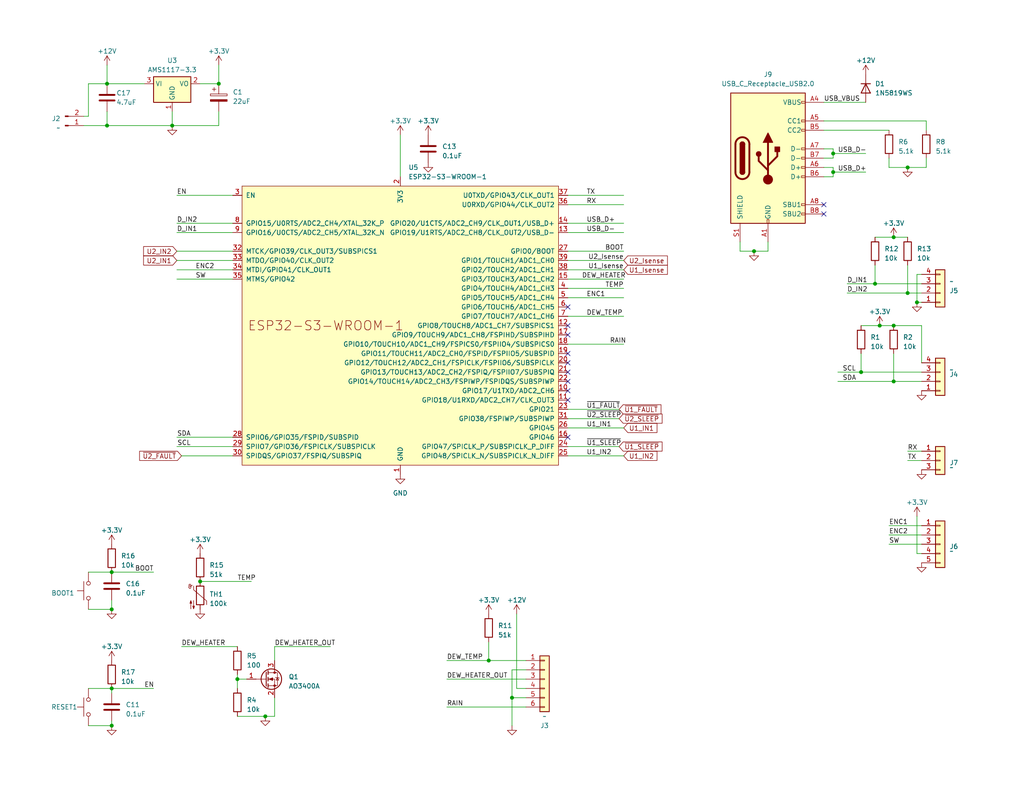
<source format=kicad_sch>
(kicad_sch (version 20230121) (generator eeschema)
  (paper "USLetter")
  (title_block (title "Fantastic Fan ESPHome Control Board") (date "2023-07-25") (rev "2") (company "Chris Schimp (Silverchris)") (comment 1 "Designed to integrate Fantastic Fans into Home Assistant Via ESPHome"))
  (lib_symbols
    (symbol "Connector:Conn_01x02_Pin" (pin_names (offset 1.016) hide)
      (property "Reference" "J" (at 0 2.54 0))
      (property "Value" "Conn_01x02_Pin" (at 0 -5.08 0))
      (symbol "Conn_01x02_Pin_1_1"
        (polyline (pts (xy 1.27 -2.54) (xy 0.8636 -2.54)) (stroke (width 0.1524)))
        (polyline (pts (xy 1.27 0) (xy 0.8636 0)) (stroke (width 0.1524)))
        (rectangle (start 0.8636 -2.413) (end 0 -2.667) (stroke (width 0.1524)) (fill (type outline)))
        (rectangle (start 0.8636 0.127) (end 0 -0.127) (stroke (width 0.1524)) (fill (type outline)))
        (pin passive line (at 5.08 0 180) (length 3.81) (name "Pin_1") (number "1"))
        (pin passive line (at 5.08 -2.54 180) (length 3.81) (name "Pin_2") (number "2"))
      )
    )
    (symbol "Connector:USB_C_Receptacle_USB2.0" (pin_names (offset 1.016))
      (property "Reference" "J" (at -10.16 19.05 0))
      (property "Value" "USB_C_Receptacle_USB2.0" (at 19.05 19.05 0))
      (symbol "USB_C_Receptacle_USB2.0_0_0"
        (rectangle (start -0.254 -17.78) (end 0.254 -16.764))
        (rectangle (start 10.16 -14.986) (end 9.144 -15.494))
        (rectangle (start 10.16 -12.446) (end 9.144 -12.954))
        (rectangle (start 10.16 -4.826) (end 9.144 -5.334))
        (rectangle (start 10.16 -2.286) (end 9.144 -2.794))
        (rectangle (start 10.16 0.254) (end 9.144 -0.254))
        (rectangle (start 10.16 2.794) (end 9.144 2.286))
        (rectangle (start 10.16 7.874) (end 9.144 7.366))
        (rectangle (start 10.16 10.414) (end 9.144 9.906))
        (rectangle (start 10.16 15.494) (end 9.144 14.986))
      )
      (symbol "USB_C_Receptacle_USB2.0_0_1"
        (rectangle (start -10.16 17.78) (end 10.16 -17.78) (stroke (width 0.254)) (fill (type background)))
        (arc (start -8.89 -3.81) (mid -6.985 -5.7067) (end -5.08 -3.81) (stroke (width 0.508)))
        (arc (start -7.62 -3.81) (mid -6.985 -4.4423) (end -6.35 -3.81) (stroke (width 0.254)))
        (arc (start -7.62 -3.81) (mid -6.985 -4.4423) (end -6.35 -3.81) (stroke (width 0.254)) (fill (type outline)))
        (rectangle (start -7.62 -3.81) (end -6.35 3.81) (stroke (width 0.254)) (fill (type outline)))
        (arc (start -6.35 3.81) (mid -6.985 4.4423) (end -7.62 3.81) (stroke (width 0.254)))
        (arc (start -6.35 3.81) (mid -6.985 4.4423) (end -7.62 3.81) (stroke (width 0.254)) (fill (type outline)))
        (arc (start -5.08 3.81) (mid -6.985 5.7067) (end -8.89 3.81) (stroke (width 0.508)))
        (circle (center -2.54 1.143) (radius 0.635) (stroke (width 0.254)) (fill (type outline)))
        (circle (center 0 -5.842) (radius 1.27) (fill (type outline)))
        (polyline (pts (xy -8.89 -3.81) (xy -8.89 3.81)) (stroke (width 0.508)))
        (polyline (pts (xy -5.08 3.81) (xy -5.08 -3.81)) (stroke (width 0.508)))
        (polyline (pts (xy 0 -5.842) (xy 0 4.318)) (stroke (width 0.508)))
        (polyline (pts (xy 0 -3.302) (xy -2.54 -0.762) (xy -2.54 0.508)) (stroke (width 0.508)))
        (polyline (pts (xy 0 -2.032) (xy 2.54 0.508) (xy 2.54 1.778)) (stroke (width 0.508)))
        (polyline (pts (xy -1.27 4.318) (xy 0 6.858) (xy 1.27 4.318) (xy -1.27 4.318)) (stroke (width 0.254)) (fill (type outline)))
        (rectangle (start 1.905 1.778) (end 3.175 3.048) (stroke (width 0.254)) (fill (type outline)))
      )
      (symbol "USB_C_Receptacle_USB2.0_1_1"
        (pin passive line (at 0 -22.86 90) (length 5.08) (name "GND") (number "A1"))
        (pin passive line (at 0 -22.86 90) (length 5.08) hide (name "GND") (number "A12"))
        (pin passive line (at 15.24 15.24 180) (length 5.08) (name "VBUS") (number "A4"))
        (pin bidirectional line (at 15.24 10.16 180) (length 5.08) (name "CC1") (number "A5"))
        (pin bidirectional line (at 15.24 -2.54 180) (length 5.08) (name "D+") (number "A6"))
        (pin bidirectional line (at 15.24 2.54 180) (length 5.08) (name "D-") (number "A7"))
        (pin bidirectional line (at 15.24 -12.7 180) (length 5.08) (name "SBU1") (number "A8"))
        (pin passive line (at 15.24 15.24 180) (length 5.08) hide (name "VBUS") (number "A9"))
        (pin passive line (at 0 -22.86 90) (length 5.08) hide (name "GND") (number "B1"))
        (pin passive line (at 0 -22.86 90) (length 5.08) hide (name "GND") (number "B12"))
        (pin passive line (at 15.24 15.24 180) (length 5.08) hide (name "VBUS") (number "B4"))
        (pin bidirectional line (at 15.24 7.62 180) (length 5.08) (name "CC2") (number "B5"))
        (pin bidirectional line (at 15.24 -5.08 180) (length 5.08) (name "D+") (number "B6"))
        (pin bidirectional line (at 15.24 0 180) (length 5.08) (name "D-") (number "B7"))
        (pin bidirectional line (at 15.24 -15.24 180) (length 5.08) (name "SBU2") (number "B8"))
        (pin passive line (at 15.24 15.24 180) (length 5.08) hide (name "VBUS") (number "B9"))
        (pin passive line (at -7.62 -22.86 90) (length 5.08) (name "SHIELD") (number "S1"))
      )
    )
    (symbol "Connector_Generic:Conn_01x03" (pin_names (offset 1.016) hide)
      (property "Reference" "J" (at 0 5.08 0))
      (property "Value" "Conn_01x03" (at 0 -5.08 0))
      (symbol "Conn_01x03_1_1"
        (rectangle (start -1.27 -2.413) (end 0 -2.667) (stroke (width 0.1524)))
        (rectangle (start -1.27 0.127) (end 0 -0.127) (stroke (width 0.1524)))
        (rectangle (start -1.27 2.667) (end 0 2.413) (stroke (width 0.1524)))
        (rectangle (start -1.27 3.81) (end 1.27 -3.81) (stroke (width 0.254)) (fill (type background)))
        (pin passive line (at -5.08 2.54 0) (length 3.81) (name "Pin_1") (number "1"))
        (pin passive line (at -5.08 0 0) (length 3.81) (name "Pin_2") (number "2"))
        (pin passive line (at -5.08 -2.54 0) (length 3.81) (name "Pin_3") (number "3"))
      )
    )
    (symbol "Connector_Generic:Conn_01x04" (pin_names (offset 1.016) hide)
      (property "Reference" "J" (at 0 5.08 0))
      (property "Value" "Conn_01x04" (at 0 -7.62 0))
      (symbol "Conn_01x04_1_1"
        (rectangle (start -1.27 -4.953) (end 0 -5.207) (stroke (width 0.1524)))
        (rectangle (start -1.27 -2.413) (end 0 -2.667) (stroke (width 0.1524)))
        (rectangle (start -1.27 0.127) (end 0 -0.127) (stroke (width 0.1524)))
        (rectangle (start -1.27 2.667) (end 0 2.413) (stroke (width 0.1524)))
        (rectangle (start -1.27 3.81) (end 1.27 -6.35) (stroke (width 0.254)) (fill (type background)))
        (pin passive line (at -5.08 2.54 0) (length 3.81) (name "Pin_1") (number "1"))
        (pin passive line (at -5.08 0 0) (length 3.81) (name "Pin_2") (number "2"))
        (pin passive line (at -5.08 -2.54 0) (length 3.81) (name "Pin_3") (number "3"))
        (pin passive line (at -5.08 -5.08 0) (length 3.81) (name "Pin_4") (number "4"))
      )
    )
    (symbol "Connector_Generic:Conn_01x05" (pin_names (offset 1.016) hide)
      (property "Reference" "J" (at 0 7.62 0))
      (property "Value" "Conn_01x05" (at 0 -7.62 0))
      (symbol "Conn_01x05_1_1"
        (rectangle (start -1.27 -4.953) (end 0 -5.207) (stroke (width 0.1524)))
        (rectangle (start -1.27 -2.413) (end 0 -2.667) (stroke (width 0.1524)))
        (rectangle (start -1.27 0.127) (end 0 -0.127) (stroke (width 0.1524)))
        (rectangle (start -1.27 2.667) (end 0 2.413) (stroke (width 0.1524)))
        (rectangle (start -1.27 5.207) (end 0 4.953) (stroke (width 0.1524)))
        (rectangle (start -1.27 6.35) (end 1.27 -6.35) (stroke (width 0.254)) (fill (type background)))
        (pin passive line (at -5.08 5.08 0) (length 3.81) (name "Pin_1") (number "1"))
        (pin passive line (at -5.08 2.54 0) (length 3.81) (name "Pin_2") (number "2"))
        (pin passive line (at -5.08 0 0) (length 3.81) (name "Pin_3") (number "3"))
        (pin passive line (at -5.08 -2.54 0) (length 3.81) (name "Pin_4") (number "4"))
        (pin passive line (at -5.08 -5.08 0) (length 3.81) (name "Pin_5") (number "5"))
      )
    )
    (symbol "Connector_Generic:Conn_01x06" (pin_names (offset 1.016) hide)
      (property "Reference" "J" (at 0 7.62 0))
      (property "Value" "Conn_01x06" (at 0 -10.16 0))
      (symbol "Conn_01x06_1_1"
        (rectangle (start -1.27 -7.493) (end 0 -7.747) (stroke (width 0.1524)))
        (rectangle (start -1.27 -4.953) (end 0 -5.207) (stroke (width 0.1524)))
        (rectangle (start -1.27 -2.413) (end 0 -2.667) (stroke (width 0.1524)))
        (rectangle (start -1.27 0.127) (end 0 -0.127) (stroke (width 0.1524)))
        (rectangle (start -1.27 2.667) (end 0 2.413) (stroke (width 0.1524)))
        (rectangle (start -1.27 5.207) (end 0 4.953) (stroke (width 0.1524)))
        (rectangle (start -1.27 6.35) (end 1.27 -8.89) (stroke (width 0.254)) (fill (type background)))
        (pin passive line (at -5.08 5.08 0) (length 3.81) (name "Pin_1") (number "1"))
        (pin passive line (at -5.08 2.54 0) (length 3.81) (name "Pin_2") (number "2"))
        (pin passive line (at -5.08 0 0) (length 3.81) (name "Pin_3") (number "3"))
        (pin passive line (at -5.08 -2.54 0) (length 3.81) (name "Pin_4") (number "4"))
        (pin passive line (at -5.08 -5.08 0) (length 3.81) (name "Pin_5") (number "5"))
        (pin passive line (at -5.08 -7.62 0) (length 3.81) (name "Pin_6") (number "6"))
      )
    )
    (symbol "Device:C" (pin_numbers hide) (pin_names (offset 0.254))
      (property "Reference" "C" (at 0.635 2.54 0))
      (property "Value" "C" (at 0.635 -2.54 0))
      (symbol "C_0_1"
        (polyline (pts (xy -2.032 -0.762) (xy 2.032 -0.762)) (stroke (width 0.508)))
        (polyline (pts (xy -2.032 0.762) (xy 2.032 0.762)) (stroke (width 0.508)))
      )
      (symbol "C_1_1"
        (pin passive line (at 0 3.81 270) (length 2.794) (name "~") (number "1"))
        (pin passive line (at 0 -3.81 90) (length 2.794) (name "~") (number "2"))
      )
    )
    (symbol "Device:C_Polarized" (pin_numbers hide) (pin_names (offset 0.254))
      (property "Reference" "C" (at 0.635 2.54 0))
      (property "Value" "C_Polarized" (at 0.635 -2.54 0))
      (symbol "C_Polarized_0_1"
        (rectangle (start -2.286 0.508) (end 2.286 1.016))
        (polyline (pts (xy -1.778 2.286) (xy -0.762 2.286)))
        (polyline (pts (xy -1.27 2.794) (xy -1.27 1.778)))
        (rectangle (start 2.286 -0.508) (end -2.286 -1.016) (fill (type outline)))
      )
      (symbol "C_Polarized_1_1"
        (pin passive line (at 0 3.81 270) (length 2.794) (name "~") (number "1"))
        (pin passive line (at 0 -3.81 90) (length 2.794) (name "~") (number "2"))
      )
    )
    (symbol "Device:D" (pin_numbers hide) (pin_names (offset 1.016) hide)
      (property "Reference" "D" (at 0 2.54 0))
      (property "Value" "D" (at 0 -2.54 0))
      (symbol "D_0_1"
        (polyline (pts (xy -1.27 1.27) (xy -1.27 -1.27)) (stroke (width 0.254)))
        (polyline (pts (xy 1.27 0) (xy -1.27 0)))
        (polyline (pts (xy 1.27 1.27) (xy 1.27 -1.27) (xy -1.27 0) (xy 1.27 1.27)) (stroke (width 0.254)))
      )
      (symbol "D_1_1"
        (pin passive line (at -3.81 0 0) (length 2.54) (name "K") (number "1"))
        (pin passive line (at 3.81 0 180) (length 2.54) (name "A") (number "2"))
      )
    )
    (symbol "Device:R" (pin_numbers hide) (pin_names (offset 0))
      (property "Reference" "R" (at 2.032 0 90))
      (property "Value" "R" (at 0 0 90))
      (symbol "R_0_1"
        (rectangle (start -1.016 -2.54) (end 1.016 2.54) (stroke (width 0.254)))
      )
      (symbol "R_1_1"
        (pin passive line (at 0 3.81 270) (length 1.27) (name "~") (number "1"))
        (pin passive line (at 0 -3.81 90) (length 1.27) (name "~") (number "2"))
      )
    )
    (symbol "Device:Thermistor_NTC" (pin_numbers hide) (pin_names (offset 0))
      (property "Reference" "TH" (at -4.445 0 90))
      (property "Value" "Thermistor_NTC" (at 3.175 0 90))
      (symbol "Thermistor_NTC_0_1"
        (arc (start -3.048 2.159) (mid -3.0495 2.3143) (end -3.175 2.413))
        (arc (start -3.048 2.159) (mid -2.9736 1.9794) (end -2.794 1.905))
        (arc (start -3.048 2.794) (mid -2.9736 2.6144) (end -2.794 2.54))
        (arc (start -2.794 1.905) (mid -2.6144 1.9794) (end -2.54 2.159))
        (arc (start -2.794 2.54) (mid -2.4393 2.5587) (end -2.159 2.794))
        (arc (start -2.794 3.048) (mid -2.9736 2.9736) (end -3.048 2.794))
        (arc (start -2.54 2.794) (mid -2.6144 2.9736) (end -2.794 3.048))
        (rectangle (start -1.016 2.54) (end 1.016 -2.54) (stroke (width 0.254)))
        (polyline (pts (xy -2.54 2.159) (xy -2.54 2.794)))
        (polyline (pts (xy -1.778 2.54) (xy -1.778 1.524) (xy 1.778 -1.524) (xy 1.778 -2.54)))
        (polyline (pts (xy -2.54 -3.683) (xy -2.54 -1.397) (xy -2.794 -2.159) (xy -2.286 -2.159) (xy -2.54 -1.397) (xy -2.54 -1.651)) (fill (type outline)))
        (polyline (pts (xy -1.778 -1.397) (xy -1.778 -3.683) (xy -2.032 -2.921) (xy -1.524 -2.921) (xy -1.778 -3.683) (xy -1.778 -3.429)) (fill (type outline)))
      )
      (symbol "Thermistor_NTC_1_1"
        (pin passive line (at 0 3.81 270) (length 1.27) (name "~") (number "1"))
        (pin passive line (at 0 -3.81 90) (length 1.27) (name "~") (number "2"))
      )
    )
    (symbol "PCM_Espressif:ESP32-S3-WROOM-1" (pin_names (offset 1.016))
      (property "Reference" "U" (at -43.18 43.18 0))
      (property "Value" "ESP32-S3-WROOM-1" (at -43.18 40.64 0))
      (symbol "ESP32-S3-WROOM-1_0_0"
        (text "ESP32-S3-WROOM-1" (at -20.32 0 0) (effects (font (size 2.54 2.54))))
        (pin power_in line (at 0 -40.64 90) (length 2.54) (name "GND") (number "1"))
        (pin bidirectional line (at 45.72 -17.78 180) (length 2.54) (name "GPIO17/U1TXD/ADC2_CH6") (number "10"))
        (pin bidirectional line (at 45.72 -20.32 180) (length 2.54) (name "GPIO18/U1RXD/ADC2_CH7/CLK_OUT3") (number "11"))
        (pin bidirectional line (at 45.72 0 180) (length 2.54) (name "GPIO8/TOUCH8/ADC1_CH7/SUBSPICS1") (number "12"))
        (pin bidirectional line (at 45.72 25.4 180) (length 2.54) (name "GPIO19/U1RTS/ADC2_CH8/CLK_OUT2/USB_D-") (number "13"))
        (pin bidirectional line (at 45.72 27.94 180) (length 2.54) (name "GPIO20/U1CTS/ADC2_CH9/CLK_OUT1/USB_D+") (number "14"))
        (pin bidirectional line (at 45.72 12.7 180) (length 2.54) (name "GPIO3/TOUCH3/ADC1_CH2") (number "15"))
        (pin bidirectional line (at 45.72 -30.48 180) (length 2.54) (name "GPIO46") (number "16"))
        (pin bidirectional line (at 45.72 -2.54 180) (length 2.54) (name "GPIO9/TOUCH9/ADC1_CH8/FSPIHD/SUBSPIHD") (number "17"))
        (pin bidirectional line (at 45.72 -5.08 180) (length 2.54) (name "GPIO10/TOUCH10/ADC1_CH9/FSPICS0/FSPIIO4/SUBSPICS0") (number "18"))
        (pin bidirectional line (at 45.72 -7.62 180) (length 2.54) (name "GPIO11/TOUCH11/ADC2_CH0/FSPID/FSPIIO5/SUBSPID") (number "19"))
        (pin power_in line (at 0 40.64 270) (length 2.54) (name "3V3") (number "2"))
        (pin bidirectional line (at 45.72 -10.16 180) (length 2.54) (name "GPIO12/TOUCH12/ADC2_CH1/FSPICLK/FSPIIO6/SUBSPICLK") (number "20"))
        (pin bidirectional line (at 45.72 -12.7 180) (length 2.54) (name "GPIO13/TOUCH13/ADC2_CH2/FSPIQ/FSPIIO7/SUBSPIQ") (number "21"))
        (pin bidirectional line (at 45.72 -15.24 180) (length 2.54) (name "GPIO14/TOUCH14/ADC2_CH3/FSPIWP/FSPIDQS/SUBSPIWP") (number "22"))
        (pin bidirectional line (at 45.72 -22.86 180) (length 2.54) (name "GPIO21") (number "23"))
        (pin bidirectional line (at 45.72 -33.02 180) (length 2.54) (name "GPIO47/SPICLK_P/SUBSPICLK_P_DIFF") (number "24"))
        (pin bidirectional line (at 45.72 -35.56 180) (length 2.54) (name "GPIO48/SPICLK_N/SUBSPICLK_N_DIFF") (number "25"))
        (pin bidirectional line (at 45.72 -27.94 180) (length 2.54) (name "GPIO45") (number "26"))
        (pin bidirectional line (at 45.72 20.32 180) (length 2.54) (name "GPIO0/BOOT") (number "27"))
        (pin bidirectional line (at -45.72 -30.48 0) (length 2.54) (name "SPIIO6/GPIO35/FSPID/SUBSPID") (number "28"))
        (pin bidirectional line (at -45.72 -33.02 0) (length 2.54) (name "SPIIO7/GPIO36/FSPICLK/SUBSPICLK") (number "29"))
        (pin input line (at -45.72 35.56 0) (length 2.54) (name "EN") (number "3"))
        (pin bidirectional line (at -45.72 -35.56 0) (length 2.54) (name "SPIDQS/GPIO37/FSPIQ/SUBSPIQ") (number "30"))
        (pin bidirectional line (at 45.72 -25.4 180) (length 2.54) (name "GPIO38/FSPIWP/SUBSPIWP") (number "31"))
        (pin bidirectional line (at -45.72 20.32 0) (length 2.54) (name "MTCK/GPIO39/CLK_OUT3/SUBSPICS1") (number "32"))
        (pin bidirectional line (at -45.72 17.78 0) (length 2.54) (name "MTDO/GPIO40/CLK_OUT2") (number "33"))
        (pin bidirectional line (at -45.72 15.24 0) (length 2.54) (name "MTDI/GPIO41/CLK_OUT1") (number "34"))
        (pin bidirectional line (at -45.72 12.7 0) (length 2.54) (name "MTMS/GPIO42") (number "35"))
        (pin bidirectional line (at 45.72 33.02 180) (length 2.54) (name "U0RXD/GPIO44/CLK_OUT2") (number "36"))
        (pin bidirectional line (at 45.72 35.56 180) (length 2.54) (name "U0TXD/GPIO43/CLK_OUT1") (number "37"))
        (pin bidirectional line (at 45.72 15.24 180) (length 2.54) (name "GPIO2/TOUCH2/ADC1_CH1") (number "38"))
        (pin bidirectional line (at 45.72 17.78 180) (length 2.54) (name "GPIO1/TOUCH1/ADC1_CH0") (number "39"))
        (pin bidirectional line (at 45.72 10.16 180) (length 2.54) (name "GPIO4/TOUCH4/ADC1_CH3") (number "4"))
        (pin passive line (at 0 -40.64 90) (length 2.54) hide (name "GND") (number "40"))
        (pin passive line (at 0 -40.64 90) (length 2.54) hide (name "GND") (number "41"))
        (pin bidirectional line (at 45.72 7.62 180) (length 2.54) (name "GPIO5/TOUCH5/ADC1_CH4") (number "5"))
        (pin bidirectional line (at 45.72 5.08 180) (length 2.54) (name "GPIO6/TOUCH6/ADC1_CH5") (number "6"))
        (pin bidirectional line (at 45.72 2.54 180) (length 2.54) (name "GPIO7/TOUCH7/ADC1_CH6") (number "7"))
        (pin bidirectional line (at -45.72 27.94 0) (length 2.54) (name "GPIO15/U0RTS/ADC2_CH4/XTAL_32K_P") (number "8"))
        (pin bidirectional line (at -45.72 25.4 0) (length 2.54) (name "GPIO16/U0CTS/ADC2_CH5/XTAL_32K_N") (number "9"))
      )
      (symbol "ESP32-S3-WROOM-1_0_1"
        (rectangle (start -43.18 38.1) (end 43.18 -38.1) (fill (type background)))
      )
    )
    (symbol "Regulator_Linear:AMS1117-3.3"
      (property "Reference" "U" (at -3.81 3.175 0))
      (property "Value" "AMS1117-3.3" (at 0 3.175 0))
      (symbol "AMS1117-3.3_0_1"
        (rectangle (start -5.08 -5.08) (end 5.08 1.905) (stroke (width 0.254)) (fill (type background)))
      )
      (symbol "AMS1117-3.3_1_1"
        (pin power_in line (at 0 -7.62 90) (length 2.54) (name "GND") (number "1"))
        (pin power_out line (at 7.62 0 180) (length 2.54) (name "VO") (number "2"))
        (pin power_in line (at -7.62 0 0) (length 2.54) (name "VI") (number "3"))
      )
    )
    (symbol "Switch:SW_Push" (pin_numbers hide) (pin_names (offset 1.016) hide)
      (property "Reference" "SW" (at 1.27 2.54 0))
      (property "Value" "SW_Push" (at 0 -1.524 0))
      (symbol "SW_Push_0_1"
        (circle (center -2.032 0) (radius 0.508))
        (polyline (pts (xy 0 1.27) (xy 0 3.048)))
        (polyline (pts (xy 2.54 1.27) (xy -2.54 1.27)))
        (circle (center 2.032 0) (radius 0.508))
        (pin passive line (at -5.08 0 0) (length 2.54) (name "1") (number "1"))
        (pin passive line (at 5.08 0 180) (length 2.54) (name "2") (number "2"))
      )
    )
    (symbol "Transistor_FET:AO3400A" (pin_names hide)
      (property "Reference" "Q" (at 5.08 1.905 0))
      (property "Value" "AO3400A" (at 5.08 0 0))
      (symbol "AO3400A_0_1"
        (polyline (pts (xy 0.254 0) (xy -2.54 0)))
        (polyline (pts (xy 0.254 1.905) (xy 0.254 -1.905)) (stroke (width 0.254)))
        (polyline (pts (xy 0.762 -1.27) (xy 0.762 -2.286)) (stroke (width 0.254)))
        (polyline (pts (xy 0.762 0.508) (xy 0.762 -0.508)) (stroke (width 0.254)))
        (polyline (pts (xy 0.762 2.286) (xy 0.762 1.27)) (stroke (width 0.254)))
        (polyline (pts (xy 2.54 2.54) (xy 2.54 1.778)))
        (polyline (pts (xy 2.54 -2.54) (xy 2.54 0) (xy 0.762 0)))
        (polyline (pts (xy 0.762 -1.778) (xy 3.302 -1.778) (xy 3.302 1.778) (xy 0.762 1.778)))
        (polyline (pts (xy 1.016 0) (xy 2.032 0.381) (xy 2.032 -0.381) (xy 1.016 0)) (fill (type outline)))
        (polyline (pts (xy 2.794 0.508) (xy 2.921 0.381) (xy 3.683 0.381) (xy 3.81 0.254)))
        (polyline (pts (xy 3.302 0.381) (xy 2.921 -0.254) (xy 3.683 -0.254) (xy 3.302 0.381)))
        (circle (center 1.651 0) (radius 2.794) (stroke (width 0.254)))
        (circle (center 2.54 -1.778) (radius 0.254) (fill (type outline)))
        (circle (center 2.54 1.778) (radius 0.254) (fill (type outline)))
      )
      (symbol "AO3400A_1_1"
        (pin input line (at -5.08 0 0) (length 2.54) (name "G") (number "1"))
        (pin passive line (at 2.54 -5.08 90) (length 2.54) (name "S") (number "2"))
        (pin passive line (at 2.54 5.08 270) (length 2.54) (name "D") (number "3"))
      )
    )
    (symbol "power:+12V" (power) (pin_names (offset 0))
      (property "Value" "+12V" (at 0 3.556 0))
      (symbol "+12V_0_1"
        (polyline (pts (xy -0.762 1.27) (xy 0 2.54)))
        (polyline (pts (xy 0 0) (xy 0 2.54)))
        (polyline (pts (xy 0 2.54) (xy 0.762 1.27)))
      )
      (symbol "+12V_1_1"
        (pin power_in line (at 0 0 90) (length 0) hide (name "+12V") (number "1"))
      )
    )
    (symbol "power:+3.3V" (power) (pin_names (offset 0))
      (property "Value" "+3.3V" (at 0 3.556 0))
      (symbol "+3.3V_0_1"
        (polyline (pts (xy -0.762 1.27) (xy 0 2.54)))
        (polyline (pts (xy 0 0) (xy 0 2.54)))
        (polyline (pts (xy 0 2.54) (xy 0.762 1.27)))
      )
      (symbol "+3.3V_1_1"
        (pin power_in line (at 0 0 90) (length 0) hide (name "+3.3V") (number "1"))
      )
    )
    (symbol "power:GND" (power) (pin_names (offset 0))
      (property "Value" "GND" (at 0 -3.81 0))
      (symbol "GND_0_1"
        (polyline (pts (xy 0 0) (xy 0 -1.27) (xy 1.27 -1.27) (xy 0 -2.54) (xy -1.27 -1.27) (xy 0 -1.27)))
      )
      (symbol "GND_1_1"
        (pin power_in line (at 0 0 270) (length 0) hide (name "GND") (number "1"))
      )
    )
  )
  (junction (at 139.7 190.5))
  (junction (at 46.99 34.29))
  (junction (at 247.65 45.72))
  (junction (at 240.03 88.9))
  (junction (at 64.77 185.42))
  (junction (at 243.84 88.9))
  (junction (at 238.76 77.47))
  (junction (at 250.19 82.55))
  (junction (at 227.33 41.91))
  (junction (at 205.74 68.58))
  (junction (at 30.48 187.96))
  (junction (at 30.48 198.12))
  (junction (at 29.21 34.29))
  (junction (at 243.84 104.14))
  (junction (at 29.21 22.86))
  (junction (at 247.65 80.01))
  (junction (at 30.48 156.21))
  (junction (at 59.69 22.86))
  (junction (at 72.39 195.58))
  (junction (at 54.61 158.75))
  (junction (at 243.84 64.77))
  (junction (at 234.95 101.6))
  (junction (at 30.48 166.37))
  (junction (at 133.35 180.34))
  (junction (at 227.33 46.99))
  (no_connect (at 154.94 109.22))
  (no_connect (at 154.94 104.14))
  (no_connect (at 154.94 106.68))
  (no_connect (at 224.79 55.88))
  (no_connect (at 154.94 96.52))
  (no_connect (at 154.94 119.38))
  (no_connect (at 154.94 99.06))
  (no_connect (at 154.94 88.9))
  (no_connect (at 154.94 91.44))
  (no_connect (at 154.94 83.82))
  (no_connect (at 154.94 101.6))
  (no_connect (at 224.79 58.42))
  (wire (pts (xy 224.79 27.94) (xy 236.22 27.94)))
  (wire (pts (xy 29.21 17.78) (xy 29.21 22.86)))
  (wire (pts (xy 243.84 88.9) (xy 251.46 88.9)))
  (wire (pts (xy 154.94 63.5) (xy 170.18 63.5)))
  (wire (pts (xy 252.73 43.18) (xy 252.73 45.72)))
  (wire (pts (xy 48.26 121.92) (xy 63.5 121.92)))
  (wire (pts (xy 24.13 187.96) (xy 30.48 187.96)))
  (wire (pts (xy 228.6 101.6) (xy 234.95 101.6)))
  (wire (pts (xy 224.79 45.72) (xy 227.33 45.72)))
  (wire (pts (xy 49.53 176.53) (xy 64.77 176.53)))
  (wire (pts (xy 48.26 119.38) (xy 63.5 119.38)))
  (wire (pts (xy 54.61 158.75) (xy 68.58 158.75)))
  (wire (pts (xy 209.55 66.04) (xy 209.55 68.58)))
  (wire (pts (xy 133.35 180.34) (xy 143.51 180.34)))
  (wire (pts (xy 224.79 35.56) (xy 242.57 35.56)))
  (wire (pts (xy 140.97 167.64) (xy 140.97 187.96)))
  (wire (pts (xy 48.26 76.2) (xy 63.5 76.2)))
  (wire (pts (xy 29.21 34.29) (xy 46.99 34.29)))
  (wire (pts (xy 170.18 78.74) (xy 154.94 78.74)))
  (wire (pts (xy 247.65 72.39) (xy 247.65 80.01)))
  (wire (pts (xy 234.95 96.52) (xy 234.95 101.6)))
  (wire (pts (xy 139.7 190.5) (xy 139.7 198.12)))
  (wire (pts (xy 30.48 156.21) (xy 24.13 156.21)))
  (wire (pts (xy 72.39 195.58) (xy 64.77 195.58)))
  (wire (pts (xy 242.57 43.18) (xy 242.57 45.72)))
  (wire (pts (xy 30.48 196.85) (xy 30.48 198.12)))
  (wire (pts (xy 30.48 189.23) (xy 30.48 187.96)))
  (wire (pts (xy 30.48 163.83) (xy 30.48 166.37)))
  (wire (pts (xy 227.33 40.64) (xy 227.33 41.91)))
  (wire (pts (xy 154.94 60.96) (xy 170.18 60.96)))
  (wire (pts (xy 74.93 180.34) (xy 74.93 176.53)))
  (wire (pts (xy 234.95 101.6) (xy 251.46 101.6)))
  (wire (pts (xy 243.84 96.52) (xy 243.84 104.14)))
  (wire (pts (xy 238.76 64.77) (xy 243.84 64.77)))
  (wire (pts (xy 29.21 30.48) (xy 29.21 34.29)))
  (wire (pts (xy 227.33 46.99) (xy 236.22 46.99)))
  (wire (pts (xy 121.92 193.04) (xy 143.51 193.04)))
  (wire (pts (xy 247.65 80.01) (xy 251.46 80.01)))
  (wire (pts (xy 48.26 53.34) (xy 63.5 53.34)))
  (wire (pts (xy 30.48 156.21) (xy 41.91 156.21)))
  (wire (pts (xy 170.18 71.12) (xy 154.94 71.12)))
  (wire (pts (xy 48.26 63.5) (xy 63.5 63.5)))
  (wire (pts (xy 234.95 88.9) (xy 240.03 88.9)))
  (wire (pts (xy 224.79 43.18) (xy 227.33 43.18)))
  (wire (pts (xy 29.21 22.86) (xy 39.37 22.86)))
  (wire (pts (xy 46.99 30.48) (xy 46.99 34.29)))
  (wire (pts (xy 109.22 36.83) (xy 109.22 48.26)))
  (wire (pts (xy 74.93 195.58) (xy 74.93 190.5)))
  (wire (pts (xy 139.7 182.88) (xy 139.7 190.5)))
  (wire (pts (xy 170.18 93.98) (xy 154.94 93.98)))
  (wire (pts (xy 48.26 71.12) (xy 63.5 71.12)))
  (wire (pts (xy 121.92 180.34) (xy 133.35 180.34)))
  (wire (pts (xy 231.14 80.01) (xy 247.65 80.01)))
  (wire (pts (xy 154.94 111.76) (xy 168.91 111.76)))
  (wire (pts (xy 48.26 68.58) (xy 63.5 68.58)))
  (wire (pts (xy 143.51 182.88) (xy 139.7 182.88)))
  (wire (pts (xy 154.94 53.34) (xy 170.18 53.34)))
  (wire (pts (xy 250.19 82.55) (xy 251.46 82.55)))
  (wire (pts (xy 250.19 151.13) (xy 251.46 151.13)))
  (wire (pts (xy 252.73 33.02) (xy 252.73 35.56)))
  (wire (pts (xy 74.93 176.53) (xy 90.17 176.53)))
  (wire (pts (xy 247.65 125.73) (xy 251.46 125.73)))
  (wire (pts (xy 231.14 77.47) (xy 238.76 77.47)))
  (wire (pts (xy 154.94 116.84) (xy 170.18 116.84)))
  (wire (pts (xy 227.33 46.99) (xy 227.33 48.26)))
  (wire (pts (xy 154.94 114.3) (xy 168.91 114.3)))
  (wire (pts (xy 170.18 73.66) (xy 154.94 73.66)))
  (wire (pts (xy 64.77 185.42) (xy 67.31 185.42)))
  (wire (pts (xy 247.65 45.72) (xy 252.73 45.72)))
  (wire (pts (xy 72.39 195.58) (xy 74.93 195.58)))
  (wire (pts (xy 250.19 140.97) (xy 250.19 151.13)))
  (wire (pts (xy 143.51 187.96) (xy 140.97 187.96)))
  (wire (pts (xy 63.5 124.46) (xy 49.53 124.46)))
  (wire (pts (xy 30.48 187.96) (xy 41.91 187.96)))
  (wire (pts (xy 227.33 41.91) (xy 227.33 43.18)))
  (wire (pts (xy 250.19 74.93) (xy 250.19 82.55)))
  (wire (pts (xy 22.86 34.29) (xy 29.21 34.29)))
  (wire (pts (xy 48.26 73.66) (xy 63.5 73.66)))
  (wire (pts (xy 243.84 104.14) (xy 251.46 104.14)))
  (wire (pts (xy 46.99 34.29) (xy 59.69 34.29)))
  (wire (pts (xy 48.26 60.96) (xy 63.5 60.96)))
  (wire (pts (xy 227.33 41.91) (xy 236.22 41.91)))
  (wire (pts (xy 242.57 148.59) (xy 251.46 148.59)))
  (wire (pts (xy 24.13 198.12) (xy 30.48 198.12)))
  (wire (pts (xy 227.33 45.72) (xy 227.33 46.99)))
  (wire (pts (xy 201.93 68.58) (xy 205.74 68.58)))
  (wire (pts (xy 242.57 45.72) (xy 247.65 45.72)))
  (wire (pts (xy 139.7 190.5) (xy 143.51 190.5)))
  (wire (pts (xy 154.94 55.88) (xy 170.18 55.88)))
  (wire (pts (xy 228.6 104.14) (xy 243.84 104.14)))
  (wire (pts (xy 22.86 31.75) (xy 24.13 31.75)))
  (wire (pts (xy 170.18 68.58) (xy 154.94 68.58)))
  (wire (pts (xy 247.65 123.19) (xy 251.46 123.19)))
  (wire (pts (xy 205.74 68.58) (xy 209.55 68.58)))
  (wire (pts (xy 170.18 86.36) (xy 154.94 86.36)))
  (wire (pts (xy 250.19 74.93) (xy 251.46 74.93)))
  (wire (pts (xy 64.77 184.15) (xy 64.77 185.42)))
  (wire (pts (xy 242.57 146.05) (xy 251.46 146.05)))
  (wire (pts (xy 64.77 185.42) (xy 64.77 187.96)))
  (wire (pts (xy 24.13 22.86) (xy 29.21 22.86)))
  (wire (pts (xy 243.84 64.77) (xy 247.65 64.77)))
  (wire (pts (xy 121.92 185.42) (xy 143.51 185.42)))
  (wire (pts (xy 240.03 88.9) (xy 243.84 88.9)))
  (wire (pts (xy 133.35 175.26) (xy 133.35 180.34)))
  (wire (pts (xy 242.57 143.51) (xy 251.46 143.51)))
  (wire (pts (xy 224.79 33.02) (xy 252.73 33.02)))
  (wire (pts (xy 251.46 88.9) (xy 251.46 99.06)))
  (wire (pts (xy 238.76 72.39) (xy 238.76 77.47)))
  (wire (pts (xy 238.76 77.47) (xy 251.46 77.47)))
  (wire (pts (xy 224.79 48.26) (xy 227.33 48.26)))
  (wire (pts (xy 154.94 121.92) (xy 168.91 121.92)))
  (wire (pts (xy 59.69 17.78) (xy 59.69 22.86)))
  (wire (pts (xy 201.93 66.04) (xy 201.93 68.58)))
  (wire (pts (xy 154.94 81.28) (xy 170.18 81.28)))
  (wire (pts (xy 224.79 40.64) (xy 227.33 40.64)))
  (wire (pts (xy 59.69 30.48) (xy 59.69 34.29)))
  (wire (pts (xy 30.48 166.37) (xy 24.13 166.37)))
  (wire (pts (xy 24.13 22.86) (xy 24.13 31.75)))
  (wire (pts (xy 154.94 124.46) (xy 170.18 124.46)))
  (wire (pts (xy 170.18 76.2) (xy 154.94 76.2)))
  (wire (pts (xy 54.61 22.86) (xy 59.69 22.86)))
  (label "DEW_HEATER_OUT" (at 74.93 176.53 0))
  (label "DEW_TEMP" (at 121.92 180.34 0))
  (label "DEW_HEATER_OUT" (at 121.92 185.42 0))
  (label "TX" (at 160.02 53.34 0))
  (label "RAIN" (at 166.37 93.98 0))
  (label "D_IN1" (at 48.26 63.5 0))
  (label "USB_D-" (at 228.6 41.91 0))
  (label "USB_D-" (at 160.02 63.5 0))
  (label "ENC1" (at 242.57 143.51 0))
  (label "RX" (at 247.65 123.19 0))
  (label "TEMP" (at 64.77 158.75 0))
  (label "U2_Isense" (at 170.18 71.12 180))
  (label "DEW_HEATER" (at 49.53 176.53 0))
  (label "SCL" (at 229.87 101.6 0))
  (label "SCL" (at 52.07 121.92 180))
  (label "USB_D+" (at 160.02 60.96 0))
  (label "SW" (at 242.57 148.59 0))
  (label "TX" (at 247.65 125.73 0))
  (label "USB_VBUS" (at 224.79 27.94 0))
  (label "~{U1_FAULT}" (at 160.02 111.76 0))
  (label "EN" (at 48.26 53.34 0))
  (label "SDA" (at 229.87 104.14 0))
  (label "D_IN2" (at 48.26 60.96 0))
  (label "~{U2_SLEEP}" (at 160.02 114.3 0))
  (label "ENC2" (at 242.57 146.05 0))
  (label "RAIN" (at 121.92 193.04 0))
  (label "D_IN1" (at 231.14 77.47 0))
  (label "U1_Isense" (at 170.18 73.66 180))
  (label "BOOT" (at 41.91 156.21 180))
  (label "~{U1_SLEEP}" (at 160.02 121.92 0))
  (label "SW" (at 53.34 76.2 0))
  (label "U1_IN1" (at 160.02 116.84 0))
  (label "RX" (at 160.02 55.88 0))
  (label "D_IN2" (at 231.14 80.01 0))
  (label "ENC2" (at 53.34 73.66 0))
  (label "U1_IN2" (at 160.02 124.46 0))
  (label "BOOT" (at 170.18 68.58 180))
  (label "SDA" (at 52.07 119.38 180))
  (label "EN" (at 39.37 187.96 0))
  (label "DEW_HEATER" (at 158.75 76.2 0))
  (label "TEMP" (at 170.18 78.74 180))
  (label "ENC1" (at 160.02 81.28 0))
  (label "DEW_TEMP" (at 160.02 86.36 0))
  (label "USB_D+" (at 228.6 46.99 0))
  (global_label "~{U1_FAULT}" (shape input) (at 168.91 111.76 0) (property "Intersheetrefs" "${INTERSHEET_REFS}" (effects hide)))
  (global_label "U2_Isense" (shape input) (at 170.18 71.12 0) (property "Intersheetrefs" "${INTERSHEET_REFS}" (effects hide)))
  (global_label "~{U2_SLEEP}" (shape input) (at 168.91 114.3 0) (property "Intersheetrefs" "${INTERSHEET_REFS}" (effects hide)))
  (global_label "U1_IN2" (shape input) (at 170.18 124.46 0) (property "Intersheetrefs" "${INTERSHEET_REFS}" (effects hide)))
  (global_label "~{U1_SLEEP}" (shape input) (at 168.91 121.92 0) (property "Intersheetrefs" "${INTERSHEET_REFS}" (effects hide)))
  (global_label "~{U2_FAULT}" (shape input) (at 49.53 124.46 180) (property "Intersheetrefs" "${INTERSHEET_REFS}" (effects hide)))
  (global_label "U2_IN1" (shape input) (at 48.26 71.12 180) (property "Intersheetrefs" "${INTERSHEET_REFS}" (effects hide)))
  (global_label "U1_Isense" (shape input) (at 170.18 73.66 0) (property "Intersheetrefs" "${INTERSHEET_REFS}" (effects hide)))
  (global_label "U2_IN2" (shape input) (at 48.26 68.58 180) (property "Intersheetrefs" "${INTERSHEET_REFS}" (effects hide)))
  (global_label "U1_IN1" (shape input) (at 170.18 116.84 0) (property "Intersheetrefs" "${INTERSHEET_REFS}" (effects hide)))
  (symbol (lib_id "power:GND") (at 139.7 198.12 0) (unit 1)
    (property "Reference" "#PWR045" (effects hide))
    (property "Value" "GND" (effects hide))
  )
  (symbol (lib_id "power:+12V") (at 29.21 17.78 0) (unit 1)
    (property "Reference" "#PWR027" (effects hide))
    (property "Value" "+12V" (at 29.21 13.97 0))
  )
  (symbol (lib_id "power:+3.3V") (at 30.48 148.59 0) (mirror y) (unit 1)
    (property "Reference" "#PWR043" (effects hide))
    (property "Value" "+3.3V" (at 30.48 144.78 0))
  )
  (symbol (lib_id "Connector:Conn_01x02_Pin") (at 17.78 34.29 0) (mirror x) (unit 1)
    (property "Reference" "J2" (at 16.51 32.385 0) (effects (justify right)))
    (property "Value" "~" (at 16.51 34.925 0) (effects (justify right)))
    (property "Footprint" "Connector_Phoenix_MSTB:PhoenixContact_MSTBVA_2,5_2-G-5,08_1x02_P5.08mm_Vertical" (effects hide))
  )
  (symbol (lib_id "power:+3.3V") (at 243.84 64.77 0) (unit 1)
    (property "Reference" "#PWR042" (effects hide))
    (property "Value" "+3.3V" (at 243.84 60.96 0))
  )
  (symbol (lib_id "Device:D") (at 236.22 24.13 270) (unit 1)
    (property "Reference" "D1" (at 238.76 22.86 90) (effects (justify left)))
    (property "Value" "1N5819WS" (at 238.76 25.4 90) (effects (justify left)))
    (property "Footprint" "Diode_SMD:D_SOD-323" (effects hide))
    (property "Sim.Device" "D" (effects hide))
    (property "Sim.Pins" "1=K 2=A" (effects hide))
  )
  (symbol (lib_id "power:+12V") (at 236.22 20.32 0) (unit 1)
    (property "Reference" "#PWR021" (effects hide))
    (property "Value" "+12V" (at 236.22 16.51 0))
  )
  (symbol (lib_id "Device:R") (at 30.48 184.15 0) (unit 1)
    (property "Reference" "R17" (at 33.02 183.515 0) (effects (justify left)))
    (property "Value" "10k" (at 33.02 186.055 0) (effects (justify left)))
    (property "Footprint" "Resistor_SMD:R_0603_1608Metric" (effects hide))
  )
  (symbol (lib_id "power:+12V") (at 140.97 167.64 0) (unit 1)
    (property "Reference" "#PWR036" (effects hide))
    (property "Value" "+12V" (at 140.97 163.83 0))
  )
  (symbol (lib_id "Connector:USB_C_Receptacle_USB2.0") (at 209.55 43.18 0) (unit 1)
    (property "Reference" "J9" (at 209.55 20.32 0))
    (property "Value" "USB_C_Receptacle_USB2.0" (at 209.55 22.86 0))
    (property "Footprint" "Connector_USB:USB_C_Receptacle_HRO_TYPE-C-31-M-12" (effects hide))
    (property "Datasheet" "https://www.usb.org/sites/default/files/documents/usb_type-c.zip" (effects hide))
  )
  (symbol (lib_id "Device:C_Polarized") (at 59.69 26.67 0) (unit 1)
    (property "Reference" "C1" (at 63.5 25.146 0) (effects (justify left)))
    (property "Value" "22uF" (at 63.5 27.686 0) (effects (justify left)))
    (property "Footprint" "Capacitor_SMD:C_1206_3216Metric" (effects hide))
  )
  (symbol (lib_id "Device:R") (at 234.95 92.71 0) (unit 1)
    (property "Reference" "R1" (at 237.49 92.075 0) (effects (justify left)))
    (property "Value" "10k" (at 237.49 94.615 0) (effects (justify left)))
    (property "Footprint" "Resistor_SMD:R_0603_1608Metric" (effects hide))
  )
  (symbol (lib_id "Device:Thermistor_NTC") (at 54.61 162.56 0) (unit 1)
    (property "Reference" "TH1" (at 57.15 162.2425 0) (effects (justify left)))
    (property "Value" "100k" (at 57.15 164.7825 0) (effects (justify left)))
    (property "Footprint" "Connector_JST:JST_XH_B2B-XH-A_1x02_P2.50mm_Vertical" (effects hide))
  )
  (symbol (lib_id "power:GND") (at 250.19 82.55 0) (unit 1)
    (property "Reference" "#PWR033" (effects hide))
    (property "Value" "GND" (effects hide))
  )
  (symbol (lib_id "power:GND") (at 251.46 153.67 0) (unit 1)
    (property "Reference" "#PWR023" (effects hide))
    (property "Value" "GND" (effects hide))
  )
  (symbol (lib_id "Device:R") (at 242.57 39.37 0) (unit 1)
    (property "Reference" "R6" (at 245.11 38.735 0) (effects (justify left)))
    (property "Value" "5.1k" (at 245.11 41.275 0) (effects (justify left)))
    (property "Footprint" "Resistor_SMD:R_0603_1608Metric" (effects hide))
  )
  (symbol (lib_id "power:GND") (at 72.39 195.58 0) (unit 1)
    (property "Reference" "#PWR07" (effects hide))
    (property "Value" "GND" (effects hide))
  )
  (symbol (lib_id "power:GND") (at 30.48 198.12 0) (unit 1)
    (property "Reference" "#PWR037" (effects hide))
    (property "Value" "GND" (effects hide))
  )
  (symbol (lib_id "power:+3.3V") (at 109.22 36.83 0) (unit 1)
    (property "Reference" "#PWR020" (effects hide))
    (property "Value" "+3.3V" (at 109.22 33.02 0))
  )
  (symbol (lib_id "Device:C") (at 30.48 160.02 0) (unit 1)
    (property "Reference" "C16" (at 34.29 159.385 0) (effects (justify left)))
    (property "Value" "0.1uF" (at 34.29 161.925 0) (effects (justify left)))
    (property "Footprint" "Capacitor_SMD:C_0603_1608Metric" (effects hide))
  )
  (symbol (lib_id "power:GND") (at 46.99 34.29 0) (unit 1)
    (property "Reference" "#PWR026" (effects hide))
    (property "Value" "GND" (effects hide))
  )
  (symbol (lib_id "Device:R") (at 247.65 68.58 0) (unit 1)
    (property "Reference" "R13" (at 250.19 67.945 0) (effects (justify left)))
    (property "Value" "10k" (at 250.19 70.485 0) (effects (justify left)))
    (property "Footprint" "Resistor_SMD:R_0603_1608Metric" (effects hide))
  )
  (symbol (lib_id "Device:R") (at 243.84 92.71 0) (unit 1)
    (property "Reference" "R2" (at 246.38 92.075 0) (effects (justify left)))
    (property "Value" "10k" (at 246.38 94.615 0) (effects (justify left)))
    (property "Footprint" "Resistor_SMD:R_0603_1608Metric" (effects hide))
  )
  (symbol (lib_id "Device:R") (at 64.77 191.77 0) (unit 1)
    (property "Reference" "R4" (at 67.31 191.135 0) (effects (justify left)))
    (property "Value" "10k" (at 67.31 193.675 0) (effects (justify left)))
    (property "Footprint" "Resistor_SMD:R_0603_1608Metric" (effects hide))
  )
  (symbol (lib_id "Regulator_Linear:AMS1117-3.3") (at 46.99 22.86 0) (unit 1)
    (property "Reference" "U3" (at 46.99 16.51 0))
    (property "Value" "AMS1117-3.3" (at 46.99 19.05 0))
    (property "Footprint" "Package_TO_SOT_SMD:SOT-223-3_TabPin2" (effects hide))
    (property "Datasheet" "http://www.advanced-monolithic.com/pdf/ds1117.pdf" (effects hide))
  )
  (symbol (lib_id "Connector_Generic:Conn_01x04") (at 256.54 104.14 0) (mirror x) (unit 1)
    (property "Reference" "J4" (at 259.08 102.235 0) (effects (justify left)))
    (property "Value" "~" (at 259.08 100.965 0) (effects (justify left)))
    (property "Footprint" "Connector_JST:JST_XH_S4B-XH-A_1x04_P2.50mm_Horizontal" (effects hide))
  )
  (symbol (lib_id "Connector_Generic:Conn_01x03") (at 256.54 125.73 0) (unit 1)
    (property "Reference" "J7" (at 259.08 126.365 0) (effects (justify left)))
    (property "Value" "~" (at 259.08 127.635 0) (effects (justify left)))
    (property "Footprint" "Connector_PinHeader_2.54mm:PinHeader_1x03_P2.54mm_Vertical" (effects hide))
  )
  (symbol (lib_id "power:GND") (at 251.46 106.68 0) (unit 1)
    (property "Reference" "#PWR022" (effects hide))
    (property "Value" "GND" (effects hide))
  )
  (symbol (lib_id "Device:C") (at 30.48 193.04 0) (unit 1)
    (property "Reference" "C11" (at 34.29 192.405 0) (effects (justify left)))
    (property "Value" "0.1uF" (at 34.29 194.945 0) (effects (justify left)))
    (property "Footprint" "Capacitor_SMD:C_0603_1608Metric" (effects hide))
  )
  (symbol (lib_id "power:GND") (at 251.46 128.27 0) (unit 1)
    (property "Reference" "#PWR025" (effects hide))
    (property "Value" "GND" (effects hide))
  )
  (symbol (lib_id "Device:R") (at 133.35 171.45 0) (unit 1)
    (property "Reference" "R11" (at 135.89 170.815 0) (effects (justify left)))
    (property "Value" "51k" (at 135.89 173.355 0) (effects (justify left)))
    (property "Footprint" "Resistor_SMD:R_0603_1608Metric" (effects hide))
    (property "LCSC Part #" "C23196" (effects hide))
  )
  (symbol (lib_id "power:+3.3V") (at 54.61 151.13 0) (unit 1)
    (property "Reference" "#PWR031" (effects hide))
    (property "Value" "+3.3V" (at 54.61 147.32 0))
  )
  (symbol (lib_id "Transistor_FET:AO3400A") (at 72.39 185.42 0) (unit 1)
    (property "Reference" "Q1" (at 78.74 184.785 0) (effects (justify left)))
    (property "Value" "AO3400A" (at 78.74 187.325 0) (effects (justify left)))
    (property "Footprint" "Package_TO_SOT_SMD:SOT-23" (effects hide))
    (property "Datasheet" "http://www.aosmd.com/pdfs/datasheet/AO3400A.pdf" (effects hide))
  )
  (symbol (lib_id "Connector_Generic:Conn_01x05") (at 256.54 148.59 0) (unit 1)
    (property "Reference" "J6" (at 259.08 149.225 0) (effects (justify left)))
    (property "Value" "~" (at 259.08 150.495 0) (effects (justify left)))
    (property "Footprint" "Connector_JST:JST_XH_B5B-XH-A_1x05_P2.50mm_Vertical" (effects hide))
  )
  (symbol (lib_id "power:GND") (at 109.22 129.54 0) (unit 1)
    (property "Reference" "#PWR019" (effects hide))
    (property "Value" "GND" (at 109.22 134.62 0))
  )
  (symbol (lib_id "Device:C") (at 29.21 26.67 0) (unit 1)
    (property "Reference" "C17" (at 31.75 25.4 0) (effects (justify left)))
    (property "Value" "4.7uF" (at 31.75 27.94 0) (effects (justify left)))
    (property "Footprint" "Capacitor_SMD:C_1206_3216Metric" (effects hide))
    (property "LCSC Part #" "C29823" (effects hide))
  )
  (symbol (lib_id "Device:R") (at 238.76 68.58 0) (unit 1)
    (property "Reference" "R12" (at 241.3 67.945 0) (effects (justify left)))
    (property "Value" "10k" (at 241.3 70.485 0) (effects (justify left)))
    (property "Footprint" "Resistor_SMD:R_0603_1608Metric" (effects hide))
  )
  (symbol (lib_id "power:+3.3V") (at 250.19 140.97 0) (unit 1)
    (property "Reference" "#PWR024" (effects hide))
    (property "Value" "+3.3V" (at 250.19 137.16 0))
  )
  (symbol (lib_id "power:GND") (at 54.61 166.37 0) (unit 1)
    (property "Reference" "#PWR034" (effects hide))
    (property "Value" "GND" (effects hide))
  )
  (symbol (lib_id "Device:C") (at 116.84 40.64 0) (unit 1)
    (property "Reference" "C13" (at 120.65 40.005 0) (effects (justify left)))
    (property "Value" "0.1uF" (at 120.65 42.545 0) (effects (justify left)))
    (property "Footprint" "Capacitor_SMD:C_0603_1608Metric" (effects hide))
  )
  (symbol (lib_id "Device:R") (at 30.48 152.4 0) (unit 1)
    (property "Reference" "R16" (at 33.02 151.765 0) (effects (justify left)))
    (property "Value" "10k" (at 33.02 154.305 0) (effects (justify left)))
    (property "Footprint" "Resistor_SMD:R_0603_1608Metric" (effects hide))
  )
  (symbol (lib_id "PCM_Espressif:ESP32-S3-WROOM-1") (at 109.22 88.9 0) (unit 1)
    (property "Reference" "U5" (at 111.4141 45.72 0) (effects (justify left)))
    (property "Value" "ESP32-S3-WROOM-1" (at 111.4141 48.26 0) (effects (justify left)))
    (property "Footprint" "PCM_Espressif:ESP32-S3-WROOM-1" (effects hide))
    (property "Datasheet" "https://www.espressif.com/sites/default/files/documentation/esp32-s3-wroom-1_wroom-1u_datasheet_en.pdf" (effects hide))
  )
  (symbol (lib_id "power:GND") (at 116.84 44.45 0) (unit 1)
    (property "Reference" "#PWR039" (effects hide))
    (property "Value" "GND" (effects hide))
  )
  (symbol (lib_id "Device:R") (at 54.61 154.94 0) (unit 1)
    (property "Reference" "R15" (at 57.15 154.305 0) (effects (justify left)))
    (property "Value" "51k" (at 57.15 156.845 0) (effects (justify left)))
    (property "Footprint" "Resistor_SMD:R_0603_1608Metric" (effects hide))
  )
  (symbol (lib_id "Switch:SW_Push") (at 24.13 161.29 90) (mirror x) (unit 1)
    (property "Reference" "BOOT1" (at 20.32 161.925 90) (effects (justify left)))
    (property "Value" "TS-1187A-B-A-B" (effects hide))
    (property "Footprint" "thing:button" (effects hide))
  )
  (symbol (lib_id "Device:R") (at 252.73 39.37 0) (unit 1)
    (property "Reference" "R8" (at 255.27 38.735 0) (effects (justify left)))
    (property "Value" "5.1k" (at 255.27 41.275 0) (effects (justify left)))
    (property "Footprint" "Resistor_SMD:R_0603_1608Metric" (effects hide))
  )
  (symbol (lib_id "Connector_Generic:Conn_01x04") (at 256.54 80.01 0) (mirror x) (unit 1)
    (property "Reference" "J5" (at 259.08 79.375 0) (effects (justify left)))
    (property "Value" "~" (at 259.08 76.835 0) (effects (justify left)))
    (property "Footprint" "Connector_JST:JST_XH_S4B-XH-A_1x04_P2.50mm_Horizontal" (effects hide))
  )
  (symbol (lib_id "Switch:SW_Push") (at 24.13 193.04 90) (unit 1)
    (property "Reference" "RESET1" (at 13.97 193.04 90) (effects (justify right)))
    (property "Value" "TS-1187A-B-A-B" (effects hide))
    (property "Footprint" "thing:button" (effects hide))
  )
  (symbol (lib_id "power:+3.3V") (at 240.03 88.9 0) (unit 1)
    (property "Reference" "#PWR05" (effects hide))
    (property "Value" "+3.3V" (at 240.03 85.09 0))
  )
  (symbol (lib_id "power:GND") (at 30.48 166.37 0) (mirror y) (unit 1)
    (property "Reference" "#PWR035" (effects hide))
    (property "Value" "GND" (effects hide))
  )
  (symbol (lib_id "power:+3.3V") (at 59.69 17.78 0) (unit 1)
    (property "Reference" "#PWR030" (effects hide))
    (property "Value" "+3.3V" (at 59.69 13.97 0))
  )
  (symbol (lib_id "power:+3.3V") (at 30.48 180.34 0) (unit 1)
    (property "Reference" "#PWR044" (effects hide))
    (property "Value" "+3.3V" (at 30.48 176.53 0))
  )
  (symbol (lib_id "Device:R") (at 64.77 180.34 180) (unit 1)
    (property "Reference" "R5" (at 67.31 179.07 0) (effects (justify right)))
    (property "Value" "100" (at 67.31 181.61 0) (effects (justify right)))
    (property "Footprint" "Resistor_SMD:R_0603_1608Metric" (effects hide))
  )
  (symbol (lib_id "power:+3.3V") (at 116.84 36.83 0) (unit 1)
    (property "Reference" "#PWR038" (effects hide))
    (property "Value" "+3.3V" (at 116.84 33.02 0))
  )
  (symbol (lib_id "power:GND") (at 247.65 45.72 0) (unit 1)
    (property "Reference" "#PWR016" (effects hide))
    (property "Value" "GND" (effects hide))
  )
  (symbol (lib_id "Connector_Generic:Conn_01x06") (at 148.59 185.42 0) (unit 1)
    (property "Reference" "J3" (at 148.59 198.12 0))
    (property "Value" "~" (at 148.59 195.58 0))
    (property "Footprint" "Connector_JST:JST_XH_S6B-XH-A_1x06_P2.50mm_Horizontal" (effects hide))
  )
  (symbol (lib_id "power:GND") (at 205.74 68.58 0) (unit 1)
    (property "Reference" "#PWR015" (effects hide))
    (property "Value" "GND" (effects hide))
  )
  (symbol (lib_id "power:+3.3V") (at 133.35 167.64 0) (unit 1)
    (property "Reference" "#PWR08" (effects hide))
    (property "Value" "+3.3V" (at 133.35 163.83 0))
  )
  (sheet (at 298.45 132.08) (size 22.86 20.32) (stroke (width 0.1524))
    (property "Sheetname" "Motor Control" (at 298.45 131.3684 0) (effects (justify left bottom)))
    (property "Sheetfile" "motor.kicad_sch" (at 298.45 152.9846 0) (effects (justify left top)))
  )
)
</source>
